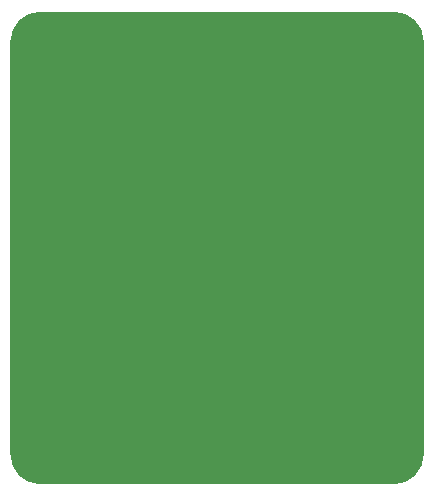
<source format=gbr>
G04 DipTrace 3.1.0.1*
G04 SerialNixieDriver.Board.gbr*
%MOIN*%
G04 #@! TF.FileFunction,Drawing,Board polygon*
G04 #@! TF.Part,Single*
%FSLAX26Y26*%
G04*
G70*
G90*
G75*
G01*
G04 BoardPoly*
%LPD*%
G36*
X492441Y394016D2*
X1673543D1*
G03X1771969Y492441I0J98425D01*
G01*
Y1870394D1*
G03X1673543Y1968819I-98425J0D01*
G01*
X492441D1*
G03X394016Y1870394I0J-98425D01*
G01*
Y492441D1*
G03X492441Y394016I98425J0D01*
G01*
G37*
M02*

</source>
